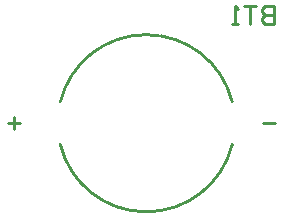
<source format=gbo>
G04 Layer_Color=32896*
%FSLAX25Y25*%
%MOIN*%
G70*
G01*
G75*
%ADD27C,0.01000*%
D27*
X113646Y128162D02*
G03*
X56354Y128161I-28646J-7162D01*
G01*
X56297Y114072D02*
G03*
X113646Y113839I28703J6928D01*
G01*
X124000Y121000D02*
X128000D01*
X41000Y119000D02*
Y123000D01*
X39000Y121000D02*
X43000D01*
X127472Y159982D02*
Y153984D01*
X124473D01*
X123474Y154984D01*
Y155984D01*
X124473Y156983D01*
X127472D01*
X124473D01*
X123474Y157983D01*
Y158983D01*
X124473Y159982D01*
X127472D01*
X121474D02*
X117476D01*
X119475D01*
Y153984D01*
X115476D02*
X113477D01*
X114477D01*
Y159982D01*
X115476Y158983D01*
M02*

</source>
